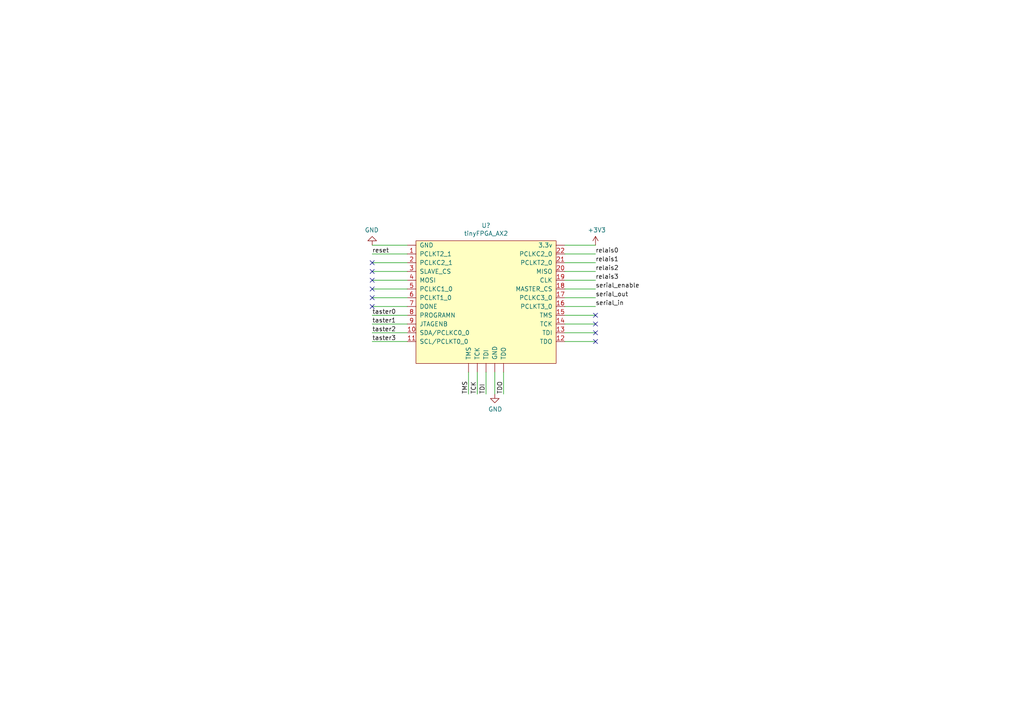
<source format=kicad_sch>
(kicad_sch (version 20211123) (generator eeschema)
  (paper "A4")
  (lib_symbols
    (symbol "power:+3.3V" (power) (pin_names (offset 0))
      (property "Value" "+3.3V" (at 0 3.556 0))
      (symbol "+3.3V_0_1"
        (polyline (pts (xy -0.762 1.27) (xy 0 2.54)))
        (polyline (pts (xy 0 0) (xy 0 2.54)))
        (polyline (pts (xy 0 2.54) (xy 0.762 1.27)))
      )
      (symbol "+3.3V_1_1"
        (pin power_in line (at 0 0 90) (length 0) hide (name "+3V3") (number "1"))
      )
    )
    (symbol "power:GND" (power) (pin_names (offset 0))
      (property "Value" "GND" (at 0 -3.81 0))
      (symbol "GND_0_1"
        (polyline (pts (xy 0 0) (xy 0 -1.27) (xy 1.27 -1.27) (xy 0 -2.54) (xy -1.27 -1.27) (xy 0 -1.27)))
      )
      (symbol "GND_1_1"
        (pin power_in line (at 0 0 270) (length 0) hide (name "GND") (number "1"))
      )
    )
    (symbol "tinyFPGA:tinyFPGA_AX2" (pin_names (offset 1.016))
      (property "Reference" "U" (at 0 2.54 0))
      (property "Value" "tinyFPGA_tinyFPGA_AX2" (at 0 0 0))
      (symbol "tinyFPGA_AX2_0_1"
        (rectangle (start -20.32 15.24) (end 20.32 -20.32) (fill (type background)))
      )
      (symbol "tinyFPGA_AX2_1_1"
        (pin passive line (at -22.86 11.43 0) (length 2.54) (name "PCLKT2_1") (number "1"))
        (pin passive line (at -22.86 -11.43 0) (length 2.54) (name "SDA/PCLKC0_0") (number "10"))
        (pin passive line (at -22.86 -13.97 0) (length 2.54) (name "SCL/PCLKT0_0") (number "11"))
        (pin passive line (at 22.86 -13.97 180) (length 2.54) (name "TDO") (number "12"))
        (pin passive line (at 22.86 -11.43 180) (length 2.54) (name "TDI") (number "13"))
        (pin passive line (at 22.86 -8.89 180) (length 2.54) (name "TCK") (number "14"))
        (pin passive line (at 22.86 -6.35 180) (length 2.54) (name "TMS") (number "15"))
        (pin passive line (at 22.86 -3.81 180) (length 2.54) (name "PCLKT3_0") (number "16"))
        (pin passive line (at 22.86 -1.27 180) (length 2.54) (name "PCLKC3_0") (number "17"))
        (pin passive line (at 22.86 1.27 180) (length 2.54) (name "MASTER_CS") (number "18"))
        (pin passive line (at 22.86 3.81 180) (length 2.54) (name "CLK") (number "19"))
        (pin passive line (at -22.86 8.89 0) (length 2.54) (name "PCLKC2_1") (number "2"))
        (pin passive line (at 22.86 6.35 180) (length 2.54) (name "MISO") (number "20"))
        (pin passive line (at 22.86 8.89 180) (length 2.54) (name "PCLKT2_0") (number "21"))
        (pin passive line (at 22.86 11.43 180) (length 2.54) (name "PCLKC2_0") (number "22"))
        (pin passive line (at -22.86 6.35 0) (length 2.54) (name "SLAVE_CS") (number "3"))
        (pin passive line (at -22.86 3.81 0) (length 2.54) (name "MOSI") (number "4"))
        (pin passive line (at -22.86 1.27 0) (length 2.54) (name "PCLKC1_0") (number "5"))
        (pin passive line (at -22.86 -1.27 0) (length 2.54) (name "PCLKT1_0") (number "6"))
        (pin passive line (at -22.86 -3.81 0) (length 2.54) (name "DONE") (number "7"))
        (pin passive line (at -22.86 -6.35 0) (length 2.54) (name "PROGRAMN") (number "8"))
        (pin passive line (at -22.86 -8.89 0) (length 2.54) (name "JTAGENB") (number "9"))
        (pin passive line (at 22.86 13.97 180) (length 2.54) (name "3.3v") (number "~"))
        (pin passive line (at -22.86 13.97 0) (length 2.54) (name "GND") (number "~"))
        (pin passive line (at 2.54 -22.86 90) (length 2.54) (name "GND") (number "~"))
        (pin passive line (at -2.54 -22.86 90) (length 2.54) (name "TCK") (number "~"))
        (pin passive line (at 0 -22.86 90) (length 2.54) (name "TDI") (number "~"))
        (pin passive line (at 5.08 -22.86 90) (length 2.54) (name "TDO") (number "~"))
        (pin passive line (at -5.08 -22.86 90) (length 2.54) (name "TMS") (number "~"))
      )
    )
  )
  (no_connect (at 107.95 86.36))
  (no_connect (at 107.95 78.74))
  (no_connect (at 172.72 91.44))
  (no_connect (at 107.95 81.28))
  (no_connect (at 172.72 96.52))
  (no_connect (at 172.72 93.98))
  (no_connect (at 107.95 88.9))
  (no_connect (at 172.72 99.06))
  (no_connect (at 107.95 83.82))
  (no_connect (at 107.95 76.2))
  (wire (pts (xy 138.43 114.3) (xy 138.43 107.95)))
  (wire (pts (xy 172.72 91.44) (xy 163.83 91.44)))
  (wire (pts (xy 107.95 88.9) (xy 118.11 88.9)))
  (wire (pts (xy 107.95 76.2) (xy 118.11 76.2)))
  (wire (pts (xy 135.89 114.3) (xy 135.89 107.95)))
  (wire (pts (xy 163.83 81.28) (xy 172.72 81.28)))
  (wire (pts (xy 163.83 71.12) (xy 172.72 71.12)))
  (wire (pts (xy 107.95 78.74) (xy 118.11 78.74)))
  (wire (pts (xy 107.95 71.12) (xy 118.11 71.12)))
  (wire (pts (xy 172.72 93.98) (xy 163.83 93.98)))
  (wire (pts (xy 163.83 86.36) (xy 172.72 86.36)))
  (wire (pts (xy 107.95 99.06) (xy 118.11 99.06)))
  (wire (pts (xy 163.83 78.74) (xy 172.72 78.74)))
  (wire (pts (xy 163.83 83.82) (xy 172.72 83.82)))
  (wire (pts (xy 163.83 88.9) (xy 172.72 88.9)))
  (wire (pts (xy 107.95 91.44) (xy 118.11 91.44)))
  (wire (pts (xy 163.83 76.2) (xy 172.72 76.2)))
  (wire (pts (xy 107.95 86.36) (xy 118.11 86.36)))
  (wire (pts (xy 107.95 83.82) (xy 118.11 83.82)))
  (wire (pts (xy 143.51 114.3) (xy 143.51 107.95)))
  (wire (pts (xy 163.83 73.66) (xy 172.72 73.66)))
  (wire (pts (xy 107.95 81.28) (xy 118.11 81.28)))
  (wire (pts (xy 107.95 96.52) (xy 118.11 96.52)))
  (wire (pts (xy 146.05 114.3) (xy 146.05 107.95)))
  (wire (pts (xy 107.95 73.66) (xy 118.11 73.66)))
  (wire (pts (xy 172.72 96.52) (xy 163.83 96.52)))
  (wire (pts (xy 107.95 93.98) (xy 118.11 93.98)))
  (wire (pts (xy 140.97 114.3) (xy 140.97 107.95)))
  (wire (pts (xy 172.72 99.06) (xy 163.83 99.06)))
  (label "relais0" (at 172.72 73.66 0))
  (label "serial_in" (at 172.72 88.9 0))
  (label "relais1" (at 172.72 76.2 0))
  (label "serial_out" (at 172.72 86.36 0))
  (label "TDO" (at 146.05 114.3 90))
  (label "reset" (at 107.95 73.66 0))
  (label "taster3" (at 107.95 99.06 0))
  (label "TDI" (at 140.97 114.3 90))
  (label "TMS" (at 135.89 114.3 90))
  (label "taster2" (at 107.95 96.52 0))
  (label "TCK" (at 138.43 114.3 90))
  (label "serial_enable" (at 172.72 83.82 0))
  (label "relais3" (at 172.72 81.28 0))
  (label "relais2" (at 172.72 78.74 0))
  (label "taster0" (at 107.95 91.44 0))
  (label "taster1" (at 107.95 93.98 0))
  (symbol (lib_id "tinyFPGA:tinyFPGA_AX2") (at 140.97 85.09 0) (unit 1)
    (property "Reference" "U?" (at 140.97 65.405 0))
    (property "Value" "tinyFPGA_AX2" (at 140.97 67.7164 0))
  )
  (symbol (lib_id "power:GND") (at 107.95 71.12 180) (unit 1)
    (property "Reference" "#PWR?" (effects hide))
    (property "Value" "GND" (at 107.823 66.7258 0))
  )
  (symbol (lib_id "power:+3.3V") (at 172.72 71.12 0) (unit 1)
    (property "Reference" "#PWR?" (effects hide))
    (property "Value" "+3.3V" (at 173.101 66.7258 0))
  )
  (symbol (lib_id "power:GND") (at 143.51 114.3 0) (unit 1)
    (property "Reference" "#PWR?" (effects hide))
    (property "Value" "GND" (at 143.637 118.6942 0))
  )
)
</source>
